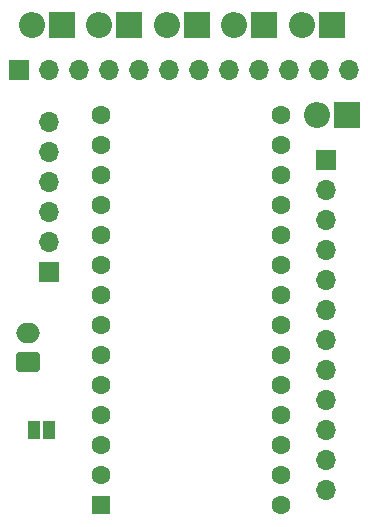
<source format=gbs>
%TF.GenerationSoftware,KiCad,Pcbnew,(6.0.1)*%
%TF.CreationDate,2022-02-24T09:20:58+01:00*%
%TF.ProjectId,RC-MultiSwitcher,52432d4d-756c-4746-9953-776974636865,rev?*%
%TF.SameCoordinates,Original*%
%TF.FileFunction,Soldermask,Bot*%
%TF.FilePolarity,Negative*%
%FSLAX46Y46*%
G04 Gerber Fmt 4.6, Leading zero omitted, Abs format (unit mm)*
G04 Created by KiCad (PCBNEW (6.0.1)) date 2022-02-24 09:20:58*
%MOMM*%
%LPD*%
G01*
G04 APERTURE LIST*
G04 Aperture macros list*
%AMRoundRect*
0 Rectangle with rounded corners*
0 $1 Rounding radius*
0 $2 $3 $4 $5 $6 $7 $8 $9 X,Y pos of 4 corners*
0 Add a 4 corners polygon primitive as box body*
4,1,4,$2,$3,$4,$5,$6,$7,$8,$9,$2,$3,0*
0 Add four circle primitives for the rounded corners*
1,1,$1+$1,$2,$3*
1,1,$1+$1,$4,$5*
1,1,$1+$1,$6,$7*
1,1,$1+$1,$8,$9*
0 Add four rect primitives between the rounded corners*
20,1,$1+$1,$2,$3,$4,$5,0*
20,1,$1+$1,$4,$5,$6,$7,0*
20,1,$1+$1,$6,$7,$8,$9,0*
20,1,$1+$1,$8,$9,$2,$3,0*%
G04 Aperture macros list end*
%ADD10R,2.200000X2.200000*%
%ADD11O,2.200000X2.200000*%
%ADD12R,1.700000X1.700000*%
%ADD13O,1.700000X1.700000*%
%ADD14RoundRect,0.250000X0.750000X-0.600000X0.750000X0.600000X-0.750000X0.600000X-0.750000X-0.600000X0*%
%ADD15O,2.000000X1.700000*%
%ADD16R,1.600000X1.600000*%
%ADD17C,1.600000*%
%ADD18R,1.000000X1.500000*%
G04 APERTURE END LIST*
D10*
X159821766Y-64135000D03*
D11*
X157281766Y-64135000D03*
D10*
X148391766Y-64135000D03*
D11*
X145851766Y-64135000D03*
D10*
X136961766Y-64135000D03*
D11*
X134421766Y-64135000D03*
D10*
X142676766Y-64135000D03*
D11*
X140136766Y-64135000D03*
D12*
X135890000Y-85090000D03*
D13*
X135890000Y-82550000D03*
X135890000Y-80010000D03*
X135890000Y-77470000D03*
X135890000Y-74930000D03*
X135890000Y-72390000D03*
D12*
X133345000Y-67945000D03*
D13*
X135885000Y-67945000D03*
X138425000Y-67945000D03*
X140965000Y-67945000D03*
X143505000Y-67945000D03*
X146045000Y-67945000D03*
X148585000Y-67945000D03*
X151125000Y-67945000D03*
X153665000Y-67945000D03*
X156205000Y-67945000D03*
X158745000Y-67945000D03*
X161285000Y-67945000D03*
D12*
X159385000Y-75560000D03*
D13*
X159385000Y-78100000D03*
X159385000Y-80640000D03*
X159385000Y-83180000D03*
X159385000Y-85720000D03*
X159385000Y-88260000D03*
X159385000Y-90800000D03*
X159385000Y-93340000D03*
X159385000Y-95880000D03*
X159385000Y-98420000D03*
X159385000Y-100960000D03*
X159385000Y-103500000D03*
D10*
X161091766Y-71755000D03*
D11*
X158551766Y-71755000D03*
D14*
X134095000Y-92690000D03*
D15*
X134095000Y-90190000D03*
D10*
X154106766Y-64135000D03*
D11*
X151566766Y-64135000D03*
D16*
X140335000Y-104775000D03*
D17*
X140335000Y-102235000D03*
X140335000Y-99695000D03*
X140335000Y-97155000D03*
X140335000Y-94615000D03*
X140335000Y-92075000D03*
X140335000Y-89535000D03*
X140335000Y-86995000D03*
X140335000Y-84455000D03*
X140335000Y-81915000D03*
X140335000Y-79375000D03*
X140335000Y-76835000D03*
X140335000Y-74295000D03*
X140335000Y-71755000D03*
X155575000Y-71755000D03*
X155575000Y-74295000D03*
X155575000Y-76835000D03*
X155575000Y-79375000D03*
X155575000Y-81915000D03*
X155575000Y-84455000D03*
X155575000Y-86995000D03*
X155575000Y-89535000D03*
X155575000Y-92075000D03*
X155575000Y-94615000D03*
X155575000Y-97155000D03*
X155575000Y-99695000D03*
X155575000Y-102235000D03*
X155575000Y-104775000D03*
D18*
X135905000Y-98425000D03*
X134605000Y-98425000D03*
M02*

</source>
